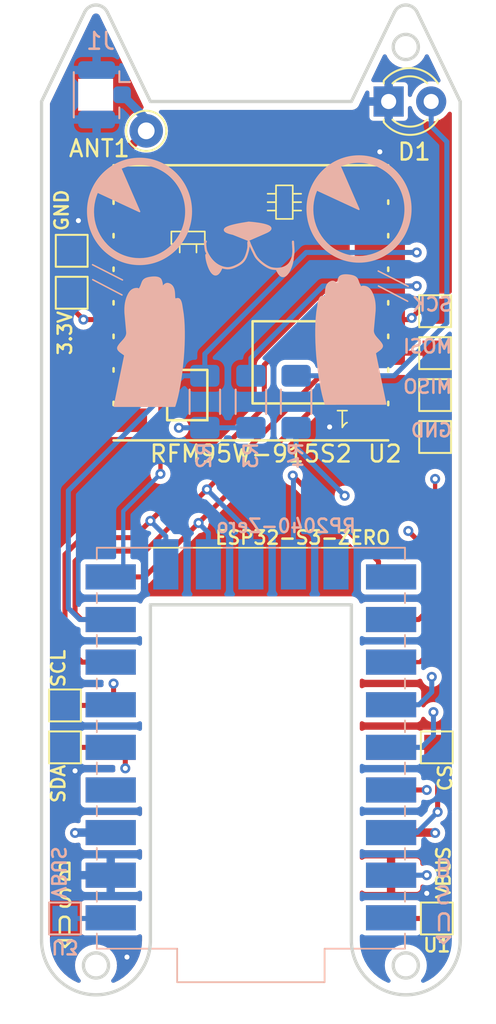
<source format=kicad_pcb>
(kicad_pcb (version 20240108) (generator "pcbnew") (generator_version "8.0")
  (layers (0 "F.Cu" signal) (1 "In1.Cu" signal) (2 "In2.Cu" signal) (31 "B.Cu" signal) (34 "B.Paste" user) (35 "F.Paste" user) (36 "B.SilkS" user "B.Silkscreen") (37 "F.SilkS" user "F.Silkscreen") (38 "B.Mask" user) (39 "F.Mask" user) (44 "Edge.Cuts" user))
  (net 0 "")
  (net 1 "Net-(J1-In)")
  (net 2 "GND")
  (net 3 "Net-(D1-A)")
  (net 4 "/RFM_RESET")
  (net 5 "+3.3V")
  (net 6 "/SPI_CS")
  (net 8 "/SPI_MISO")
  (net 9 "/SPI_MOSI")
  (net 12 "/SPI_SCK")
  (net 14 "/RFM_IRQ")
  (net 21 "/LED_DEBUG")
  (net 32 "Net-(U3-VBUS)")
  (net 33 "Net-(U1-VBUS)")
  (net 34 "/CS_ASSESSORY")
  (net 35 "/I2C0_SDA")
  (net 36 "/I2C0_SCL")
  (footprint "TestPoint:TestPoint_Pad_1.5x1.5mm" (layer "F.Cu") (at 131.8 78.9)
    (property "Reference" "TP3" (hide yes))
    (property "Value" "TestPoint")
  )
  (footprint "TestPoint:TestPoint_THTPad_D2.0mm_Drill1.0mm" (layer "F.Cu") (at 136.25 71.75)
    (property "Reference" "ANT1")
    (property "Value" "TestPoint")
  )
  (footprint "TestPoint:TestPoint_Pad_1.5x1.5mm" (layer "F.Cu") (at 131.4 106)
    (property "Reference" "TP10" (hide yes))
    (property "Value" "TestPoint")
  )
  (footprint "TestPoint:TestPoint_Pad_1.5x1.5mm" (layer "F.Cu") (at 153.5 85)
    (property "Reference" "TP5" (hide yes))
    (property "Value" "TestPoint")
  )
  (footprint "TestPoint:TestPoint_Pad_1.5x1.5mm" (layer "F.Cu") (at 131.8 81.4)
    (property "Reference" "TP11" (hide yes))
    (property "Value" "TestPoint")
  )
  (footprint "TestPoint:TestPoint_Pad_1.5x1.5mm" (layer "F.Cu") (at 153.5 90)
    (property "Reference" "TP4" (hide yes))
    (property "Value" "TestPoint")
  )
  (footprint "LED_THT:LED_D3.0mm" (layer "F.Cu") (at 150.725 70)
    (property "Reference" "D1")
    (property "Value" "GREEN")
  )
  (footprint "TestPoint:TestPoint_Pad_1.5x1.5mm" (layer "F.Cu") (at 153.6 118.7)
    (property "Reference" "TP2" (hide yes))
    (property "Value" "TestPoint")
  )
  (footprint "TestPoint:TestPoint_Pad_1.5x1.5mm" (layer "F.Cu") (at 153.6 108.5)
    (property "Reference" "TP8" (hide yes))
    (property "Value" "TestPoint")
  )
  (footprint "TestPoint:TestPoint_Pad_1.5x1.5mm" (layer "F.Cu") (at 153.5 87.5)
    (property "Reference" "TP6" (hide yes))
    (property "Value" "TestPoint")
  )
  (footprint "TestPoint:TestPoint_Pad_1.5x1.5mm" (layer "F.Cu") (at 131.4 108.5)
    (property "Reference" "TP9" (hide yes))
    (property "Value" "TestPoint")
  )
  (footprint "retia_component_library:XCVR_RFM95W-915S2" (layer "F.Cu") (at 142.5 82 180)
    (property "Reference" "U2")
    (property "Value" "RFM95W-915S2")
  )
  (footprint "retia_component_library:waveshare_esp32_s3_smt&tht" (layer "F.Cu") (at 142.5 108.5 180)
    (property "Reference" "U1")
    (property "Value" "ESP32-S3-ZERO")
  )
  (footprint "TestPoint:TestPoint_Pad_1.5x1.5mm" (layer "F.Cu") (at 153.5 82.5)
    (property "Reference" "TP7" (hide yes))
    (property "Value" "TestPoint")
  )
  (footprint "retia_component_library:waveshare_rp2040_zero" (layer "B.Cu") (at 142.5 108.5)
    (property "Reference" "U3")
    (property "Value" "RP2040-Zero")
  )
  (footprint "Resistor_SMD:R_1206_3216Metric_Pad1.30x1.75mm_HandSolder" (layer "B.Cu") (at 145.2 87.9 90)
    (property "Reference" "R4")
    (property "Value" "300R")
  )
  (footprint "TestPoint:TestPoint_Pad_1.5x1.5mm" (layer "B.Cu") (at 131.4 118.7 180)
    (property "Reference" "TP1" (hide yes))
    (property "Value" "TestPoint")
  )
  (footprint "retia_component_library:LCSC_U.FL_Hirose_U.FL-R-SMT-1_Vertical" (layer "B.Cu") (at 134 69.6 180)
    (property "Reference" "J1")
    (property "Value" "U.FL IPEX Conn")
  )
  (footprint "Resistor_SMD:R_1206_3216Metric_Pad1.30x1.75mm_HandSolder" (layer "B.Cu") (at 142.5 87.9 -90)
    (property "Reference" "R3")
    (property "Value" "10K")
  )
  (footprint "Resistor_SMD:R_1206_3216Metric_Pad1.30x1.75mm_HandSolder" (layer "B.Cu") (at 139.75 87.9 -90)
    (property "Reference" "R2")
    (property "Value" "10K")
  )
  (gr_line (start 151 101) (end 150 101) (stroke (width 0.2)) (layer "F.Cu") (net 14))
  (gr_line (start 142.05376 79.493533) (end 142.075219 79.466737) (stroke (width 0.130383)) (layer "B.SilkS"))
  (gr_line (start 139.76912 78.471508) (end 139.77116 78.518937) (stroke (width 0.130383)) (layer "B.SilkS"))
  (gr_line (start 142.664534 78.988544) (end 142.68413 79.029573) (stroke (width 0.130383)) (layer "B.SilkS"))
  (gr_line (start 142.359554 78.589054) (end 142.359362 78.565918) (stroke (width 0.130383)) (layer "B.SilkS"))
  (gr_line (start 142.478311 78.595166) (end 142.531878 78.713206) (stroke (width 0.130383)) (layer "B.SilkS"))
  (gr_line (start 143.018241 79.500914) (end 143.069697 79.548088) (stroke (width 0.130383)) (layer "B.SilkS"))
  (gr_line (start 143.71357 79.940177) (end 143.742385 79.947221) (stroke (width 0.130383)) (layer "B.SilkS"))
  (gr_poly (pts (xy 136.679689 80.473729) (xy 136.636039 80.476077) (xy 136.551663 80.483897) (xy 136.492774 80.491547) (xy 136.438645 80.500262) (xy 136.389034 80.510027) (xy 136.3437 80.520832) (xy 136.302399 80.532664) (xy 136.264891 80.54551) (xy 136.230932 80.559358) (xy 136.200281 80.574196) (xy 136.172695 80.590011) (xy 136.147934 80.606791) (xy 136.125753 80.624523) (xy 136.105913 80.643195) (xy 136.088169 80.662795) (xy 136.072281 80.68331) (xy 136.058006 80.704729) (xy 136.045102 80.727038) (xy 136.022438 80.774278) (xy 136.002354 80.824932) (xy 135.962176 80.936085) (xy 135.938209 80.996386) (xy 135.909074 81.059705) (xy 135.891963 81.092465) (xy 135.872835 81.125943) (xy 135.851446 81.160125) (xy 135.827554 81.195) (xy 135.826306 81.196324) (xy 135.824768 81.197258) (xy 135.822958 81.197823) (xy 135.820892 81.198043) (xy 135.818586 81.197941) (xy 135.816057 81.197538) (xy 135.81332 81.196859) (xy 135.810394 81.195924) (xy 135.804034 81.193383) (xy 135.797109 81.190096) (xy 135.78975 81.186244) (xy 135.782087 81.182009) (xy 135.766376 81.173116) (xy 135.758589 81.168822) (xy 135.751024 81.16487) (xy 135.743811 81.161443) (xy 135.737081 81.158721) (xy 135.733938 81.157682) (xy 135.730965 81.156887) (xy 135.728178 81.15636) (xy 135.725594 81.156122) (xy 135.70305 81.155336) (xy 135.68099 81.155318) (xy 135.659406 81.156059) (xy 135.638292 81.157551) (xy 135.617641 81.159785) (xy 135.597446 81.162754) (xy 135.577698 81.166449) (xy 135.558392 81.170861) (xy 135.53952 81.175983) (xy 135.521075 81.181805) (xy 135.50305 81.18832) (xy 135.485437 81.195519) (xy 135.46823 81.203394) (xy 135.451422 81.211936) (xy 135.435004 81.221137) (xy 135.418971 81.230989) (xy 135.403315 81.241483) (xy 135.388029 81.252612) (xy 135.373105 81.264365) (xy 135.358537 81.276736) (xy 135.344318 81.289716) (xy 135.33044 81.303297) (xy 135.303679 81.332226) (xy 135.278199 81.363457) (xy 135.253941 81.396922) (xy 135.230849 81.432556) (xy 135.208866 81.47029) (xy 135.173748 81.537416) (xy 135.142231 81.605147) (xy 135.114159 81.673451) (xy 135.089376 81.742297) (xy 135.049055 81.88149) (xy 135.020022 82.022473) (xy 135.001029 82.164996) (xy 134.990831 82.308806) (xy 134.98818 82.453651) (xy 134.99183 82.599281) (xy 135.098261 83.762354) (xy 135.09872 83.79615) (xy 135.09684 83.829039) (xy 135.092747 83.861068) (xy 135.086564 83.892285) (xy 135.078415 83.92274) (xy 135.068425 83.952479) (xy 135.056718 83.981551) (xy 135.043419 84.010004) (xy 135.028651 84.037887) (xy 135.012539 84.065246) (xy 134.995206 84.092131) (xy 134.976778 84.11859) (xy 134.937131 84.170419) (xy 134.894593 84.221119) (xy 134.715394 84.420322) (xy 134.673303 84.471148) (xy 134.634284 84.523152) (xy 134.616236 84.549717) (xy 134.599329 84.576721) (xy 134.583687 84.604212) (xy 134.569434 84.632238) (xy 134.56139 84.652018) (xy 134.556175 84.671526) (xy 134.553642 84.690759) (xy 134.553642 84.709718) (xy 134.556024 84.728402) (xy 134.560639 84.74681) (xy 134.567339 84.764943) (xy 134.575973 84.7828) (xy 134.586393 84.800379) (xy 134.59845 84.817681) (xy 134.611993 84.834705) (xy 134.626875 84.851451) (xy 134.660054 84.884106) (xy 134.696793 84.915641) (xy 134.735898 84.946052) (xy 134.776175 84.975335) (xy 134.855465 85.030503) (xy 134.89209 85.05638) (xy 134.92511 85.081113) (xy 134.953331 85.104698) (xy 134.975558 85.127131) (xy 134.975606 85.127199) (xy 134.348582 88.162653) (xy 137.948582 88.162653) (xy 138.032002 87.890174) (xy 138.110545 87.584754) (xy 138.183684 87.250932) (xy 138.25089 86.893244) (xy 138.311636 86.516227) (xy 138.365394 86.124418) (xy 138.449838 85.314571) (xy 138.479468 84.905608) (xy 138.5 84.5) (xy 138.510906 84.102284) (xy 138.511659 83.716999) (xy 138.501731 83.348679) (xy 138.480594 83.001863) (xy 138.447721 82.681088) (xy 138.402585 82.39089) (xy 138.391984 82.327509) (xy 138.381234 82.25532) (xy 138.369239 82.177587) (xy 138.354903 82.097574) (xy 138.346515 82.057731) (xy 138.337131 82.018543) (xy 138.326614 81.980416) (xy 138.314827 81.943759) (xy 138.301632 81.90898) (xy 138.286894 81.876485) (xy 138.270474 81.846685) (xy 138.261591 81.832922) (xy 138.252237 81.819985) (xy 138.242694 81.808395) (xy 138.232979 81.798196) (xy 138.223113 81.789314) (xy 138.213118 81.781677) (xy 138.203018 81.775211) (xy 138.192835 81.769842) (xy 138.182591 81.765497) (xy 138.172308 81.762101) (xy 138.16201 81.759582) (xy 138.151718 81.757866) (xy 138.141454 81.756879) (xy 138.131242 81.756548) (xy 138.121103 81.756799) (xy 138.111061 81.757559) (xy 138.101137 81.758754) (xy 138.091353 81.76031) (xy 138.072299 81.764214) (xy 138.054077 81.76868) (xy 138.020848 81.776949) (xy 138.0062 81.779574) (xy 137.999446 81.780252) (xy 137.993101 81.780408) (xy 137.987189 81.77997) (xy 137.981732 81.778863) (xy 137.976752 81.777015) (xy 137.972271 81.774351) (xy 137.963404 81.765479) (xy 137.956096 81.75323) (xy 137.950169 81.737818) (xy 137.945448 81.719452) (xy 137.93891 81.674707) (xy 137.935066 81.620691) (xy 137.929795 81.491615) (xy 137.925533 81.419942) (xy 137.9183 81.345771) (xy 137.906677 81.270793) (xy 137.898777 81.233531) (xy 137.889249 81.196703) (xy 137.877915 81.160521) (xy 137.864598 81.125195) (xy 137.849122 81.090937) (xy 137.831308 81.05796) (xy 137.810981 81.026475) (xy 137.787964 80.996693) (xy 137.762078 80.968827) (xy 137.733147 80.943087) (xy 137.700994 80.919686) (xy 137.665441 80.898835) (xy 137.626312 80.880746) (xy 137.58343 80.86563) (xy 137.562218 80.860161) (xy 137.541655 80.856702) (xy 137.521736 80.855132) (xy 137.502458 80.855332) (xy 137.483817 80.857181) (xy 137.465811 80.860558) (xy 137.448434 80.865343) (xy 137.431685 80.871415) (xy 137.415558 80.878655) (xy 137.400052 80.886941) (xy 137.385161 80.896154) (xy 137.370883 80.906172) (xy 137.357213 80.916875) (xy 137.344149 80.928144) (xy 137.331686 80.939857) (xy 137.319822 80.951894) (xy 137.297873 80.976458) (xy 137.278274 81.000873) (xy 137.260995 81.024175) (xy 137.246009 81.045401) (xy 137.222798 81.07777) (xy 137.214516 81.086987) (xy 137.211194 81.089432) (xy 137.208412 81.090273) (xy 137.205299 81.090075) (xy 137.20255 81.089494) (xy 137.200148 81.088548) (xy 137.198076 81.087256) (xy 137.196317 81.085637) (xy 137.194853 81.08371) (xy 137.193666 81.081494) (xy 137.192739 81.079007) (xy 137.192055 81.076269) (xy 137.191596 81.073299) (xy 137.191284 81.066735) (xy 137.191664 81.059466) (xy 137.192596 81.051644) (xy 137.193941 81.043419) (xy 137.195559 81.034943) (xy 137.199056 81.017836) (xy 137.200657 81.009508) (xy 137.201973 81.001532) (xy 137.202865 80.994057) (xy 137.203194 80.987235) (xy 137.202895 80.965644) (xy 137.202005 80.943997) (xy 137.200537 80.922315) (xy 137.198502 80.900621) (xy 137.195911 80.87894) (xy 137.192777 80.857292) (xy 137.18911 80.835702) (xy 137.184922 80.814192) (xy 137.180225 80.792785) (xy 137.17503 80.771503) (xy 137.16935 80.75037) (xy 137.163195 80.729408) (xy 137.156577 80.70864) (xy 137.149508 80.688089) (xy 137.141999 80.667778) (xy 137.134062 80.64773) (xy 137.126317 80.630834) (xy 137.117378 80.61498) (xy 137.107296 80.60014) (xy 137.096124 80.586286) (xy 137.083914 80.57339) (xy 137.070717 80.561424) (xy 137.056586 80.550358) (xy 137.041572 80.540166) (xy 137.025728 80.530818) (xy 137.009106 80.522286) (xy 136.973734 80.507558) (xy 136.935871 80.495757) (xy 136.895934 80.486655) (xy 136.854339 80.480027) (xy 136.811501 80.475647) (xy 136.767836 80.473288) (xy 136.72376 80.472724)) (stroke (width 0.09)) (fill solid) (layer "B.SilkS"))
  (gr_line (start 134.802501 81.532106) (end 133.056286 80.620411) (stroke (width 0.09)) (layer "B.SilkS"))
  (gr_line (start 151.891457 81.015176) (end 150.104172 80.105124) (stroke (width 0.09)) (layer "B.SilkS"))
  (gr_line (start 142.114456 79.411348) (end 142.149332 79.353361) (stroke (width 0.130383)) (layer "B.SilkS"))
  (gr_line (start 144.847193 79.61832) (end 144.870961 79.582473) (stroke (width 0.130383)) (layer "B.SilkS"))
  (gr_line (start 142.68413 79.029573) (end 142.723284 79.111274) (stroke (width 0.130383)) (layer "B.SilkS"))
  (gr_line (start 144.793663 79.686649) (end 144.821449 79.65308) (stroke (width 0.130383)) (layer "B.SilkS"))
  (gr_line (start 144.892822 79.545641) (end 144.91284 79.507927) (stroke (width 0.130383)) (layer "B.SilkS"))
  (gr_line (start 141.623066 79.802333) (end 141.711294 79.758258) (stroke (width 0.130383)) (layer "B.SilkS"))
  (gr_line (start 139.774844 78.569813) (end 139.785812 78.675033) (stroke (width 0.130383)) (layer "B.SilkS"))
  (gr_line (start 142.149332 79.353361) (end 142.180508 79.292532) (stroke (width 0.130383)) (layer "B.SilkS"))
  (gr_line (start 144.697381 79.779188) (end 144.731696 79.749806) (stroke (width 0.130383)) (layer "B.SilkS"))
  (gr_line (start 140.326348 79.62425) (end 140.411267 79.691525) (stroke (width 0.130383)) (layer "B.SilkS"))
  (gr_line (start 143.966808 79.97567) (end 144.031954 79.977604) (stroke (width 0.130383)) (layer "B.SilkS"))
  (gr_line (start 142.360173 78.379527) (end 142.361786 78.374565) (stroke (width 0.130383)) (layer "B.SilkS"))
  (gr_line (start 144.870961 79.582473) (end 144.892822 79.545641) (stroke (width 0.130383)) (layer "B.SilkS"))
  (gr_line (start 145.037747 78.905575) (end 145.036777 78.82698) (stroke (width 0.130383)) (layer "B.SilkS"))
  (gr_line (start 144.38875 79.93427) (end 144.440641 79.918255) (stroke (width 0.130383)) (layer "B.SilkS"))
  (gr_line (start 141.08451 79.939468) (end 141.114467 79.940041) (stroke (width 0.130383)) (layer "B.SilkS"))
  (gr_line (start 139.776175 78.367083) (end 139.771295 78.393864) (stroke (width 0.130383)) (layer "B.SilkS"))
  (gr_line (start 140.99232 79.929928) (end 141.055093 79.937436) (stroke (width 0.130383)) (layer "B.SilkS"))
  (gr_line (start 142.531878 78.713206) (end 142.587033 78.830933) (stroke (width 0.130383)) (layer "B.SilkS"))
  (gr_line (start 141.711294 79.758258) (end 141.790545 79.713303) (stroke (width 0.130383)) (layer "B.SilkS"))
  (gr_line (start 142.385243 78.373411) (end 142.389297 78.380234) (stroke (width 0.130383)) (layer "B.SilkS"))
  (gr_line (start 144.987655 79.309722) (end 145.007034 79.227862) (stroke (width 0.130383)) (layer "B.SilkS"))
  (gr_line (start 143.686194 79.932339) (end 143.71357 79.940177) (stroke (width 0.130383)) (layer "B.SilkS"))
  (gr_line (start 142.365726 78.367108) (end 142.368078 78.364749) (stroke (width 0.130383)) (layer "B.SilkS"))
  (gr_line (start 139.81286 78.85125) (end 139.81875 78.878154) (stroke (width 0.130383)) (layer "B.SilkS"))
  (gr_line (start 154.00238 120.2) (end 154.40238 119.8) (stroke (width 0.15)) (layer "B.SilkS"))
  (gr_line (start 143.123793 79.594749) (end 143.180112 79.640484) (stroke (width 0.130383)) (layer "B.SilkS"))
  (gr_line (start 139.789169 78.346797) (end 139.784025 78.350621) (stroke (width 0.130383)) (layer "B.SilkS"))
  (gr_line (start 140.411267 79.691525) (end 140.45605 79.722959) (stroke (width 0.130383)) (layer "B.SilkS"))
  (gr_line (start 139.795179 78.346196) (end 139.789169 78.346797) (stroke (width 0.130383)) (layer "B.SilkS"))
  (gr_line (start 141.89403 79.643683) (end 141.924751 79.619771) (stroke (width 0.130383)) (layer "B.SilkS"))
  (gr_line (start 145.030655 79.064243) (end 145.035968 78.984128) (stroke (width 0.130383)) (layer "B.SilkS"))
  (gr_line (start 142.316109 78.891707) (end 142.327183 78.845701) (stroke (width 0.130383)) (layer "B.SilkS"))
  (gr_line (start 140.45605 79.722959) (end 140.502399 79.752775) (stroke (width 0.130383)) (layer "B.SilkS"))
  (gr_line (start 139.77116 78.518937) (end 139.774844 78.569813) (stroke (width 0.130383)) (layer "B.SilkS"))
  (gr_line (start 142.303967 78.937155) (end 142.316109 78.891707) (stroke (width 0.130383)) (layer "B.SilkS"))
  (gr_line (start 141.329463 79.910819) (end 141.359536 79.902991) (stroke (width 0.130383)) (layer "B.SilkS"))
  (gr_line (start 142.723284 79.111274) (end 142.743826 79.151837) (stroke (width 0.130383)) (layer "B.SilkS"))
  (gr_line (start 139.769054 78.429245) (end 139.76912 78.471508) (stroke (width 0.130383)) (layer "B.SilkS"))
  (gr_line (start 144.440641 79.918255) (end 144.489819 79.900022) (stroke (width 0.130383)) (layer "B.SilkS"))
  (gr_line (start 144.489819 79.900022) (end 144.536353 79.879675) (stroke (width 0.130383)) (layer "B.SilkS"))
  (gr_line (start 144.763767 79.718926) (end 144.793663 79.686649) (stroke (width 0.130383)) (layer "B.SilkS"))
  (gr_line (start 142.587033 78.830933) (end 142.61536 78.889404) (stroke (width 0.130383)) (layer "B.SilkS"))
  (gr_line (start 142.37546 78.363564) (end 142.377354 78.364569) (stroke (width 0.130383)) (layer "B.SilkS"))
  (gr_line (start 140.046618 79.312729) (end 140.107777 79.395189) (stroke (width 0.130383)) (layer "B.SilkS"))
  (gr_line (start 142.815218 79.271728) (end 142.847194 79.315302) (stroke (width 0.130383)) (layer "B.SilkS"))
  (gr_line (start 143.238235 79.684883) (end 143.297744 79.727533) (stroke (width 0.130383)) (layer "B.SilkS"))
  (gr_line (start 142.357599 78.391576) (end 142.360173 78.379527) (stroke (width 0.130383)) (layer "B.SilkS"))
  (gr_line (start 141.237351 79.929552) (end 141.268254 79.92419) (stroke (width 0.130383)) (layer "B.SilkS"))
  (gr_line (start 143.297744 79.727533) (end 143.35822 79.768024) (stroke (width 0.130383)) (layer "B.SilkS"))
  (gr_line (start 139.785812 78.675033) (end 139.799369 78.773427) (stroke (width 0.130383)) (layer "B.SilkS"))
  (gr_line (start 142.281399 79.015879) (end 142.303967 78.937155) (stroke (width 0.130383)) (layer "B.SilkS"))
  (gr_line (start 142.61536 78.889404) (end 142.644269 78.947468) (stroke (width 0.130383)) (layer "B.SilkS"))
  (gr_line (start 143.180112 79.640484) (end 143.238235 79.684883) (stroke (width 0.130383)) (layer "B.SilkS"))
  (gr_line (start 142.847194 79.315302) (end 142.883903 79.360419) (stroke (width 0.130383)) (layer "B.SilkS"))
  (gr_line (start 140.758132 79.873688) (end 140.814171 79.891456) (stroke (width 0.130383)) (layer "B.SilkS"))
  (gr_poly (pts (xy 141.947931 77.292483) (xy 141.768838 77.32618) (xy 141.610571 77.359257) (xy 141.472095 77.391679) (xy 141.352373 77.423408) (xy 141.250371 77.454407) (xy 141.165052 77.48464) (xy 141.095382 77.51407) (xy 141.040325 77.542661) (xy 140.998845 77.570376) (xy 140.969907 77.597178) (xy 140.952475 77.62303) (xy 140.945513 77.647896) (xy 140.947986 77.671738) (xy 140.958859 77.694521) (xy 140.977096 77.716208) (xy 141.001661 77.736761) (xy 141.031519 77.756145) (xy 141.065634 77.774322) (xy 141.142494 77.806909) (xy 141.223957 77.83423) (xy 141.367552 77.871898) (xy 141.430145 77.884976) (xy 142.34813 78.250919) (xy 143.376788 77.803067) (xy 143.464411 77.762001) (xy 143.53503 77.722753) (xy 143.589576 77.685289) (xy 143.628983 77.649576) (xy 143.654183 77.61558) (xy 143.666109 77.583266) (xy 143.665694 77.552602) (xy 143.65387 77.523553) (xy 143.631571 77.496086) (xy 143.599729 77.470168) (xy 143.559277 77.445763) (xy 143.511147 77.42284) (xy 143.395587 77.3813) (xy 143.26051 77.345278) (xy 143.113378 77.314504) (xy 142.961654 77.288709) (xy 142.674276 77.250975) (xy 142.372738 77.223378)) (stroke (width 0.129776)) (fill solid) (layer "B.SilkS"))
  (gr_poly (pts (xy 148.129005 80.344257) (xy 148.08534 80.346623) (xy 148.042502 80.351009) (xy 148.000907 80.357643) (xy 147.96097 80.366749) (xy 147.923108 80.378554) (xy 147.887735 80.393283) (xy 147.871113 80.401815) (xy 147.855269 80.411162) (xy 147.840255 80.421353) (xy 147.826124 80.432417) (xy 147.812927 80.444381) (xy 147.800717 80.457273) (xy 147.789545 80.471123) (xy 147.779463 80.485957) (xy 147.770524 80.501805) (xy 147.762779 80.518694) (xy 147.754842 80.53874) (xy 147.747333 80.559048) (xy 147.740264 80.579597) (xy 147.733646 80.600363) (xy 147.727491 80.621324) (xy 147.721811 80.642456) (xy 147.716616 80.663737) (xy 147.711919 80.685144) (xy 147.707731 80.706653) (xy 147.704064 80.728243) (xy 147.70093 80.74989) (xy 147.698339 80.771572) (xy 147.696304 80.793265) (xy 147.694836 80.814947) (xy 147.693947 80.836594) (xy 147.693648 80.858185) (xy 147.693976 80.865007) (xy 147.694868 80.872481) (xy 147.696184 80.880458) (xy 147.697785 80.888786) (xy 147.701282 80.905892) (xy 147.7029 80.914369) (xy 147.704245 80.922594) (xy 147.705177 80.930416) (xy 147.705557 80.937685) (xy 147.705245 80.944249) (xy 147.704786 80.947219) (xy 147.704102 80.949957) (xy 147.703175 80.952444) (xy 147.701988 80.95466) (xy 147.700524 80.956587) (xy 147.698765 80.958206) (xy 147.696693 80.959497) (xy 147.694291 80.960444) (xy 147.691543 80.961025) (xy 147.688429 80.961223) (xy 147.685647 80.960381) (xy 147.682325 80.957937) (xy 147.674043 80.94872) (xy 147.650832 80.916349) (xy 147.635846 80.895122) (xy 147.618567 80.871819) (xy 147.598968 80.847403) (xy 147.577019 80.822838) (xy 147.565155 80.810801) (xy 147.552692 80.799088) (xy 147.539628 80.787819) (xy 147.525959 80.777116) (xy 147.51168 80.767097) (xy 147.496789 80.757885) (xy 147.481283 80.749599) (xy 147.465156 80.742359) (xy 147.448407 80.736287) (xy 147.431031 80.731503) (xy 147.413024 80.728126) (xy 147.394383 80.726278) (xy 147.375105 80.726079) (xy 147.355186 80.727649) (xy 147.334623 80.73111) (xy 147.313411 80.73658) (xy 147.270529 80.751696) (xy 147.2314 80.769785) (xy 147.195848 80.790635) (xy 147.163694 80.814036) (xy 147.134763 80.839776) (xy 147.108878 80.867642) (xy 147.08586 80.897423) (xy 147.065533 80.928908) (xy 147.04772 80.961885) (xy 147.032243 80.996142) (xy 147.018927 81.031467) (xy 147.007593 81.06765) (xy 146.998064 81.104477) (xy 146.990164 81.141739) (xy 146.978541 81.216715) (xy 146.971308 81.290887) (xy 146.967046 81.362559) (xy 146.961775 81.491635) (xy 146.957931 81.545652) (xy 146.951394 81.590398) (xy 146.946672 81.608764) (xy 146.940745 81.624178) (xy 146.933437 81.636427) (xy 146.92457 81.645301) (xy 146.920089 81.647965) (xy 146.915109 81.649813) (xy 146.909652 81.65092) (xy 146.90374 81.651358) (xy 146.897395 81.651201) (xy 146.890641 81.650524) (xy 146.875993 81.647898) (xy 146.842764 81.63963) (xy 146.824542 81.635163) (xy 146.805488 81.63126) (xy 146.795705 81.629704) (xy 146.78578 81.628509) (xy 146.775738 81.627749) (xy 146.765599 81.627498) (xy 146.755387 81.627829) (xy 146.745124 81.628816) (xy 146.734831 81.630532) (xy 146.724533 81.633051) (xy 146.71425 81.636447) (xy 146.704006 81.640792) (xy 146.693823 81.646161) (xy 146.683723 81.652627) (xy 146.673729 81.660264) (xy 146.663862 81.669145) (xy 146.654147 81.679345) (xy 146.644604 81.690935) (xy 146.635249 81.70387) (xy 146.626366 81.717632) (xy 146.609945 81.747431) (xy 146.595206 81.779924) (xy 146.582011 81.814703) (xy 146.570224 81.85136) (xy 146.559707 81.889487) (xy 146.550322 81.928676) (xy 146.541934 81.968518) (xy 146.527599 82.048533) (xy 146.515604 82.126268) (xy 146.504853 82.198458) (xy 146.494249 82.26184) (xy 146.449113 82.552038) (xy 146.41624 82.872813) (xy 146.395103 83.219628) (xy 146.385175 83.587946) (xy 146.385928 83.973231) (xy 146.396834 84.370945) (xy 146.417366 84.776552) (xy 146.446996 85.185514) (xy 146.53144 85.995358) (xy 146.585198 86.387166) (xy 146.645945 86.764182) (xy 146.713151 87.12187) (xy 146.786289 87.455691) (xy 146.864832 87.76111) (xy 146.948253 88.033589) (xy 150.548253 88.033589) (xy 149.921229 84.998136) (xy 149.921277 84.998094) (xy 149.943503 84.975659) (xy 149.971724 84.952072) (xy 150.004744 84.927338) (xy 150.041369 84.901461) (xy 150.12066 84.846292) (xy 150.160936 84.817009) (xy 150.200041 84.786597) (xy 150.23678 84.755062) (xy 150.269959 84.722408) (xy 150.284841 84.705662) (xy 150.298384 84.688638) (xy 150.310441 84.671335) (xy 150.320861 84.653755) (xy 150.329496 84.635899) (xy 150.336195 84.617765) (xy 150.340811 84.599356) (xy 150.343193 84.580672) (xy 150.343192 84.561712) (xy 150.340659 84.542478) (xy 150.335445 84.52297) (xy 150.3274 84.503188) (xy 150.313147 84.475162) (xy 150.297505 84.447671) (xy 150.280598 84.420667) (xy 150.262551 84.394102) (xy 150.223531 84.342098) (xy 150.18144 84.291273) (xy 150.002242 84.092071) (xy 149.959704 84.041371) (xy 149.920058 83.989543) (xy 149.90163 83.963085) (xy 149.884298 83.936201) (xy 149.868186 83.908842) (xy 149.853418 83.88096) (xy 149.840119 83.852508) (xy 149.828413 83.823436) (xy 149.818423 83.793698) (xy 149.810275 83.763244) (xy 149.804092 83.732028) (xy 149.8 83.7) (xy 149.798121 83.667113) (xy 149.79858 83.633318) (xy 149.905011 82.470243) (xy 149.908661 82.324613) (xy 149.90601 82.179766) (xy 149.895812 82.035955) (xy 149.876819 81.893431) (xy 149.847786 81.752446) (xy 149.807465 81.613251) (xy 149.782683 81.544404) (xy 149.754611 81.476099) (xy 149.723093 81.408367) (xy 149.687975 81.34124) (xy 149.665992 81.303508) (xy 149.6429 81.267876) (xy 149.618642 81.234412) (xy 149.593162 81.203182) (xy 149.566401 81.174253) (xy 149.552523 81.160672) (xy 149.538304 81.147692) (xy 149.523736 81.135321) (xy 149.508813 81.123567) (xy 149.493526 81.112439) (xy 149.47787 81.101944) (xy 149.461837 81.092092) (xy 149.44542 81.08289) (xy 149.428611 81.074348) (xy 149.411404 81.066473) (xy 149.393791 81.059273) (xy 149.375766 81.052758) (xy 149.357321 81.046935) (xy 149.338449 81.041813) (xy 149.319143 81.0374) (xy 149.299395 81.033705) (xy 149.2792 81.030736) (xy 149.258549 81.028501) (xy 149.237435 81.027009) (xy 149.215852 81.026268) (xy 149.193791 81.026286) (xy 149.171247 81.027072) (xy 149.168663 81.02731) (xy 149.165876 81.027838) (xy 149.162903 81.028634) (xy 149.15976 81.029675) (xy 149.15303 81.032401) (xy 149.145817 81.035833) (xy 149.138252 81.039791) (xy 149.130465 81.044092) (xy 149.114754 81.052995) (xy 149.107091 81.057234) (xy 149.099732 81.061088) (xy 149.092807 81.064375) (xy 149.086447 81.066915) (xy 149.083521 81.067847) (xy 149.080785 81.068524) (xy 149.078255 81.068923) (xy 149.075949 81.069021) (xy 149.073883 81.068795) (xy 149.072073 81.068224) (xy 149.070536 81.067283) (xy 149.069287 81.06595) (xy 149.045395 81.031075) (xy 149.024006 80.996893) (xy 149.004878 80.963415) (xy 148.987767 80.930655) (xy 148.958632 80.867336) (xy 148.934665 80.807035) (xy 148.894487 80.695882) (xy 148.874403 80.645228) (xy 148.85174 80.597988) (xy 148.838835 80.575679) (xy 148.82456 80.55426) (xy 148.808672 80.533745) (xy 148.790928 80.514145) (xy 148.771088 80.495473) (xy 148.748907 80.477741) (xy 148.724146 80.460961) (xy 148.69656 80.445146) (xy 148.665909 80.430308) (xy 148.631951 80.41646) (xy 148.594442 80.403614) (xy 148.553141 80.391782) (xy 148.507807 80.380977) (xy 148.458196 80.371211) (xy 148.404067 80.362497) (xy 148.345178 80.354846) (xy 148.260802 80.347031) (xy 148.217152 80.344687) (xy 148.173081 80.343687)) (stroke (width 0.09)) (fill solid) (layer "B.SilkS"))
  (gr_line (start 142.327183 78.845701) (end 142.336978 78.799279) (stroke (width 0.130383)) (layer "B.SilkS"))
  (gr_line (start 145.029442 78.669735) (end 145.019668 78.512535) (stroke (width 0.130383)) (layer "B.SilkS"))
  (gr_line (start 144.821449 79.65308) (end 144.847193 79.61832) (stroke (width 0.130383)) (layer "B.SilkS"))
  (gr_line (start 142.789301 79.232119) (end 142.801944 79.251973) (stroke (width 0.130383)) (layer "B.SilkS"))
  (gr_line (start 144.152734 79.974096) (end 144.21614 79.96798) (stroke (width 0.130383)) (layer "B.SilkS"))
  (gr_line (start 141.790545 79.713303) (end 141.861477 79.667222) (stroke (width 0.130383)) (layer "B.SilkS"))
  (gr_line (start 139.85755 78.976138) (end 139.8967 79.059515) (stroke (width 0.130383)) (layer "B.SilkS"))
  (gr_line (start 142.393363 78.388285) (end 142.397396 78.397282) (stroke (width 0.130383)) (layer "B.SilkS"))
  (gr_line (start 141.055093 79.937436) (end 141.08451 79.939468) (stroke (width 0.130383)) (layer "B.SilkS"))
  (gr_line (start 143.419245 79.805944) (end 143.4804 79.840881) (stroke (width 0.130383)) (layer "B.SilkS"))
  (gr_line (start 145.035968 78.984128) (end 145.037747 78.905575) (stroke (width 0.130383)) (layer "B.SilkS"))
  (gr_line (start 140.247533 79.551841) (end 140.326348 79.62425) (stroke (width 0.130383)) (layer "B.SilkS"))
  (gr_line (start 141.861477 79.667222) (end 141.89403 79.643683) (stroke (width 0.130383)) (layer "B.SilkS"))
  (gr_line (start 142.368078 78.364749) (end 142.370702 78.363394) (stroke (width 0.130383)) (layer "B.SilkS"))
  (gr_line (start 142.743826 79.151837) (end 142.765668 79.192137) (stroke (width 0.130383)) (layer "B.SilkS"))
  (gr_line (start 142.370702 78.363394) (end 142.373609 78.363111) (stroke (width 0.130383)) (layer "B.SilkS"))
  (gr_line (start 142.405177 78.416998) (end 142.425836 78.477691) (stroke (width 0.130383)) (layer "B.SilkS"))
  (gr_line (start 142.77723 79.212171) (end 142.789301 79.232119) (stroke (width 0.130383)) (layer "B.SilkS"))
  (gr_line (start 144.731696 79.749806) (end 144.763767 79.718926) (stroke (width 0.130383)) (layer "B.SilkS"))
  (gr_line (start 141.924751 79.619771) (end 141.953723 79.595454) (stroke (width 0.130383)) (layer "B.SilkS"))
  (gr_line (start 141.144846 79.939244) (end 141.17553 79.93717) (stroke (width 0.130383)) (layer "B.SilkS"))
  (gr_line (start 144.962517 79.39052) (end 144.987655 79.309722) (stroke (width 0.130383)) (layer "B.SilkS"))
  (gr_poly (pts (xy 135.690328 73.400386) (xy 135.533244 73.412592) (xy 135.378445 73.43268) (xy 135.226124 73.460452) (xy 135.076477 73.495708) (xy 134.929696 73.538252) (xy 134.785978 73.587884) (xy 134.645516 73.644406) (xy 134.508504 73.70762) (xy 134.375136 73.777328) (xy 134.245608 73.853331) (xy 134.120113 73.93543) (xy 133.998845 74.023429) (xy 133.882 74.117127) (xy 133.76977 74.216328) (xy 133.662351 74.320832) (xy 133.559937 74.430441) (xy 133.462722 74.544957) (xy 133.3709 74.664182) (xy 133.284667 74.787917) (xy 133.204215 74.915964) (xy 133.12974 75.048124) (xy 133.061435 75.1842) (xy 132.999495 75.323993) (xy 132.944115 75.467304) (xy 132.895488 75.613936) (xy 132.853809 75.763689) (xy 132.819273 75.916367) (xy 132.792073 76.071769) (xy 132.772403 76.229699) (xy 132.760459 76.389957) (xy 132.756435 76.552346) (xy 132.760226 76.708862) (xy 132.771551 76.864316) (xy 132.790305 77.018449) (xy 132.816382 77.171004) (xy 132.849679 77.32172) (xy 132.890089 77.47034) (xy 132.937508 77.616604) (xy 132.991832 77.760255) (xy 133.052953 77.901032) (xy 133.120769 78.038678) (xy 133.195174 78.172933) (xy 133.276062 78.303539) (xy 133.363329 78.430238) (xy 133.45687 78.55277) (xy 133.55658 78.670876) (xy 133.662354 78.784299) (xy 133.773504 78.892236) (xy 133.889246 78.993987) (xy 134.009325 79.089444) (xy 134.133487 79.1785) (xy 134.261479 79.261048) (xy 134.393046 79.336981) (xy 134.527934 79.406192) (xy 134.66589 79.468573) (xy 134.806661 79.524017) (xy 134.949991 79.572418) (xy 135.095627 79.613667) (xy 135.243315 79.647659) (xy 135.392802 79.674284) (xy 135.543833 79.693438) (xy 135.696154 79.705011) (xy 135.849512 79.708897) (xy 136.00291 79.705022) (xy 136.155266 79.69346) (xy 136.306328 79.674318) (xy 136.455842 79.647703) (xy 136.603555 79.613722) (xy 136.749212 79.572483) (xy 136.89256 79.524093) (xy 137.033346 79.468659) (xy 137.171316 79.406288) (xy 137.306217 79.337087) (xy 137.437794 79.261164) (xy 137.565795 79.178625) (xy 137.689965 79.089578) (xy 137.810052 78.99413) (xy 137.925801 78.892388) (xy 138.036959 78.784459) (xy 138.142741 78.671044) (xy 138.242459 78.552944) (xy 138.336008 78.430418) (xy 138.423285 78.303724) (xy 138.504182 78.17312) (xy 138.578596 78.038866) (xy 138.646421 77.901218) (xy 138.707553 77.760436) (xy 138.761886 77.616778) (xy 138.809316 77.470502) (xy 138.849737 77.321867) (xy 138.883044 77.171131) (xy 138.909132 77.018552) (xy 138.927897 76.86439) (xy 138.939233 76.708901) (xy 138.942239 76.585109) (xy 138.617133 76.585109) (xy 138.613536 76.705322) (xy 138.604941 76.825226) (xy 138.591365 76.94465) (xy 138.572823 77.063422) (xy 138.549331 77.181368) (xy 138.520906 77.298316) (xy 138.487563 77.414093) (xy 138.449317 77.528528) (xy 138.406187 77.641447) (xy 138.358186 77.752678) (xy 138.305331 77.862048) (xy 138.247639 77.969386) (xy 138.185124 78.074518) (xy 138.117804 78.177273) (xy 138.045693 78.277477) (xy 137.968809 78.374957) (xy 137.887167 78.469543) (xy 137.800783 78.56106) (xy 137.710491 78.64857) (xy 137.617225 78.731219) (xy 137.521153 78.808993) (xy 137.422447 78.881878) (xy 137.321273 78.949857) (xy 137.217802 79.012915) (xy 137.112203 79.071039) (xy 137.004644 79.124212) (xy 136.895296 79.172419) (xy 136.784327 79.215646) (xy 136.671907 79.253877) (xy 136.558204 79.287097) (xy 136.327629 79.338443) (xy 136.093954 79.369564) (xy 135.858534 79.38034) (xy 135.622722 79.370648) (xy 135.505092 79.35809) (xy 135.387872 79.340369) (xy 135.27123 79.317471) (xy 135.155336 79.289381) (xy 135.04036 79.256084) (xy 134.926469 79.217564) (xy 134.813835 79.173806) (xy 134.702625 79.124796) (xy 134.593008 79.070518) (xy 134.485155 79.010957) (xy 134.379234 78.946097) (xy 134.275415 78.875925) (xy 134.174775 78.801113) (xy 134.078282 78.72244) (xy 133.985981 78.640074) (xy 133.897916 78.55418) (xy 133.73468 78.372479) (xy 133.588933 78.178674) (xy 133.461036 77.974101) (xy 133.35135 77.760096) (xy 133.260236 77.537995) (xy 133.188055 77.309135) (xy 133.135167 77.07485) (xy 133.101934 76.836477) (xy 133.088715 76.595352) (xy 133.095872 76.352811) (xy 133.123765 76.11019) (xy 133.172756 75.868825) (xy 133.205276 75.749031) (xy 133.243205 75.630052) (xy 133.286589 75.512056) (xy 133.335473 75.395208) (xy 135.852993 76.559788) (xy 134.728858 73.9832) (xy 134.795213 73.954119) (xy 134.862208 73.926848) (xy 134.929809 73.901395) (xy 134.997979 73.877768) (xy 135.066683 73.855974) (xy 135.135885 73.836022) (xy 135.205548 73.817919) (xy 135.275638 73.801673) (xy 135.346118 73.787292) (xy 135.416953 73.774783) (xy 135.488106 73.764155) (xy 135.559542 73.755415) (xy 135.631225 73.748572) (xy 135.703119 73.743632) (xy 135.775188 73.740603) (xy 135.847397 73.739495) (xy 135.847411 73.739495) (xy 136.018047 73.744506) (xy 136.186908 73.760105) (xy 136.35358 73.786071) (xy 136.517654 73.822182) (xy 136.678715 73.868218) (xy 136.836353 73.923957) (xy 136.990155 73.989178) (xy 137.139709 74.063661) (xy 137.284604 74.147184) (xy 137.424426 74.239526) (xy 137.558765 74.340466) (xy 137.687209 74.449783) (xy 137.809344 74.567255) (xy 137.92476 74.692663) (xy 138.033043 74.825784) (xy 138.133783 74.966397) (xy 138.201832 75.072808) (xy 138.264659 75.181327) (xy 138.322281 75.29178) (xy 138.374713 75.403995) (xy 138.421972 75.5178) (xy 138.464074 75.633021) (xy 138.501034 75.749488) (xy 138.532868 75.867026) (xy 138.559593 75.985464) (xy 138.581224 76.104629) (xy 138.597778 76.224348) (xy 138.60927 76.34445) (xy 138.615716 76.464761) (xy 138.617133 76.585109) (xy 138.942239 76.585109) (xy 138.943035 76.552346) (xy 138.938998 76.389936) (xy 138.927042 76.229658) (xy 138.907361 76.071711) (xy 138.88015 75.916293) (xy 138.845602 75.763602) (xy 138.803912 75.613836) (xy 138.755275 75.467194) (xy 138.699884 75.323874) (xy 138.637934 75.184074) (xy 138.56962 75.047993) (xy 138.495135 74.915828) (xy 138.414673 74.787778) (xy 138.328431 74.664041) (xy 138.2366 74.544816) (xy 138.139377 74.430301) (xy 138.036955 74.320694) (xy 137.929528 74.216193) (xy 137.817292 74.116996) (xy 137.700439 74.023303) (xy 137.579165 73.935311) (xy 137.453664 73.853218) (xy 137.32413 73.777222) (xy 137.190757 73.707523) (xy 137.053741 73.644318) (xy 136.913274 73.587805) (xy 136.769552 73.538183) (xy 136.622769 73.49565) (xy 136.473119 73.460404) (xy 136.320796 73.432644) (xy 136.165995 73.412568) (xy 136.00891 73.400374) (xy 135.849735 73.39626) (xy 135.849502 73.39626)) (stroke (width 0.09)) (fill solid) (layer "B.SilkS"))
  (gr_line (start 142.383235 78.370548) (end 142.385243 78.373411) (stroke (width 0.130383)) (layer "B.SilkS"))
  (gr_line (start 142.644269 78.947468) (end 142.664534 78.988544) (stroke (width 0.130383)) (layer "B.SilkS"))
  (gr_line (start 142.336978 78.799279) (end 142.345283 78.752583) (stroke (width 0.130383)) (layer "B.SilkS"))
  (gr_line (start 143.601429 79.900164) (end 143.660465 79.923687) (stroke (width 0.130383)) (layer "B.SilkS"))
  (gr_line (start 142.969845 79.453636) (end 143.018241 79.500914) (stroke (width 0.130383)) (layer "B.SilkS"))
  (gr_line (start 140.107777 79.395189) (end 140.174713 79.47519) (stroke (width 0.130383)) (layer "B.SilkS"))
  (gr_line (start 141.953723 79.595454) (end 141.981027 79.570703) (stroke (width 0.130383)) (layer "B.SilkS"))
  (gr_line (start 144.621755 79.833045) (end 144.660757 79.806969) (stroke (width 0.130383)) (layer "B.SilkS"))
  (gr_line (start 144.536353 79.879675) (end 144.58031 79.857315) (stroke (width 0.130383)) (layer "B.SilkS"))
  (gr_line (start 141.981027 79.570703) (end 142.006746 79.545486) (stroke (width 0.130383)) (layer "B.SilkS"))
  (gr_line (start 141.206404 79.933908) (end 141.237351 79.929552) (stroke (width 0.130383)) (layer "B.SilkS"))
  (gr_line (start 142.355148 78.49478) (end 142.354157 78.458127) (stroke (width 0.130383)) (layer "B.SilkS"))
  (gr_line (start 142.075219 79.466737) (end 142.114456 79.411348) (stroke (width 0.130383)) (layer "B.SilkS"))
  (gr_line (start 143.541267 79.872425) (end 143.601429 79.900164) (stroke (width 0.130383)) (layer "B.SilkS"))
  (gr_line (start 142.389297 78.380234) (end 142.393363 78.388285) (stroke (width 0.130383)) (layer "B.SilkS"))
  (gr_line (start 145.036777 78.82698) (end 145.033771 78.748361) (stroke (width 0.130383)) (layer "B.SilkS"))
  (gr_line (start 140.650988 79.831402) (end 140.703742 79.853632) (stroke (width 0.130383)) (layer "B.SilkS"))
  (gr_line (start 141.114467 79.940041) (end 141.144846 79.939244) (stroke (width 0.130383)) (layer "B.SilkS"))
  (gr_line (start 142.381247 78.368096) (end 142.383235 78.370548) (stroke (width 0.130383)) (layer "B.SilkS"))
  (gr_line (start 144.031954 79.977604) (end 144.094487 79.977034) (stroke (width 0.130383)) (layer "B.SilkS"))
  (gr_line (start 139.8967 79.059515) (end 139.941189 79.144001) (stroke (width 0.130383)) (layer "B.SilkS"))
  (gr_line (start 142.208643 79.228614) (end 142.234397 79.161363) (stroke (width 0.130383)) (layer "B.SilkS"))
  (gr_line (start 142.354707 78.422272) (end 142.35581 78.406006) (stroke (width 0.130383)) (layer "B.SilkS"))
  (gr_line (start 139.771295 78.393864) (end 139.769054 78.429245) (stroke (width 0.130383)) (layer "B.SilkS"))
  (gr_line (start 142.373609 78.363111) (end 142.37546 78.363564) (stroke (width 0.130383)) (layer "B.SilkS"))
  (gr_line (start 142.379285 78.366092) (end 142.381247 78.368096) (stroke (width 0.130383)) (layer "B.SilkS"))
  (gr_line (start 139.784025 78.350621) (end 139.779708 78.357455) (stroke (width 0.130383)) (layer "B.SilkS"))
  (gr_line (start 140.871873 79.906827) (end 140.931252 79.919688) (stroke (width 0.130383)) (layer "B.SilkS"))
  (gr_line (start 142.030963 79.519773) (end 142.05376 79.493533) (stroke (width 0.130383)) (layer "B.SilkS"))
  (gr_line (start 145.007034 79.227862) (end 145.021188 79.145761) (stroke (width 0.130383)) (layer "B.SilkS"))
  (gr_line (start 145.021188 79.145761) (end 145.030655 79.064243) (stroke (width 0.130383)) (layer "B.SilkS"))
  (gr_line (start 142.377354 78.364569) (end 142.379285 78.366092) (stroke (width 0.130383)) (layer "B.SilkS"))
  (gr_line (start 141.17553 79.93717) (end 141.206404 79.933908) (stroke (width 0.130383)) (layer "B.SilkS"))
  (gr_line (start 141.268254 79.92419) (end 141.298997 79.917916) (stroke (width 0.130383)) (layer "B.SilkS"))
  (gr_line (start 139.823628 78.894761) (end 139.85755 78.976138) (stroke (width 0.130383)) (layer "B.SilkS"))
  (gr_line (start 143.4804 79.840881) (end 143.541267 79.872425) (stroke (width 0.130383)) (layer "B.SilkS"))
  (gr_line (start 144.334082 79.947964) (end 144.38875 79.93427) (stroke (width 0.130383)) (layer "B.SilkS"))
  (gr_line (start 143.835373 79.963746) (end 143.867851 79.967776) (stroke (width 0.130383)) (layer "B.SilkS"))
  (gr_line (start 142.883903 79.360419) (end 142.924926 79.406668) (stroke (width 0.130383)) (layer "B.SilkS"))
  (gr_line (start 141.3891 79.894523) (end 141.418038 79.885507) (stroke (width 0.130383)) (layer "B.SilkS"))
  (gr_line (start 143.867851 79.967776) (end 143.900723 79.971096) (stroke (width 0.130383)) (layer "B.SilkS"))
  (gr_line (start 139.809967 78.355525) (end 139.802098 78.349034) (stroke (width 0.130383)) (layer "B.SilkS"))
  (gr_line (start 140.502399 79.752775) (end 140.55033 79.780862) (stroke (width 0.130383)) (layer "B.SilkS"))
  (gr_line (start 139.779708 78.357455) (end 139.776175 78.367083) (stroke (width 0.130383)) (layer "B.SilkS"))
  (gr_line (start 139.81875 78.878154) (end 139.823628 78.894761) (stroke (width 0.130383)) (layer "B.SilkS"))
  (gr_line (start 140.174713 79.47519) (end 140.247533 79.551841) (stroke (width 0.130383)) (layer "B.SilkS"))
  (gr_line (start 143.660465 79.923687) (end 143.686194 79.932339) (stroke (width 0.130383)) (layer "B.SilkS"))
  (gr_line (start 144.276567 79.959235) (end 144.334082 79.947964) (stroke (width 0.130383)) (layer "B.SilkS"))
  (gr_line (start 139.991125 79.228702) (end 140.046618 79.312729) (stroke (width 0.130383)) (layer "B.SilkS"))
  (gr_line (start 144.931085 79.469434) (end 144.962517 79.39052) (stroke (width 0.130383)) (layer "B.SilkS"))
  (gr_line (start 142.801944 79.251973) (end 142.815218 79.271728) (stroke (width 0.130383)) (layer "B.SilkS"))
  (gr_line (start 144.660757 79.806969) (end 144.697381 79.779188) (stroke (width 0.130383)) (layer "B.SilkS"))
  (gr_line (start 145.01565 78.433995) (end 145.013162 78.35552) (stroke (width 0.130383)) (layer "B.SilkS"))
  (gr_line (start 140.931252 79.919688) (end 140.99232 79.929928) (stroke (width 0.130383)) (layer "B.SilkS"))
  (gr_line (start 142.345283 78.752583) (end 142.351885 78.705757) (stroke (width 0.130383)) (layer "B.SilkS"))
  (gr_line (start 141.359536 79.902991) (end 141.3891 79.894523) (stroke (width 0.130383)) (layer "B.SilkS"))
  (gr_line (start 142.356573 78.658942) (end 142.358133 78.635584) (stroke (width 0.130383)) (layer "B.SilkS"))
  (gr_line (start 142.358133 78.635584) (end 142.359136 78.612281) (stroke (width 0.130383)) (layer "B.SilkS"))
  (gr_line (start 143.742385 79.947221) (end 143.77243 79.953485) (stroke (width 0.130383)) (layer "B.SilkS"))
  (gr_line (start 140.55033 79.780862) (end 140.599855 79.807108) (stroke (width 0.130383)) (layer "B.SilkS"))
  (gr_line (start 142.356879 78.527871) (end 142.355148 78.49478) (stroke (width 0.130383)) (layer "B.SilkS"))
  (gr_line (start 142.351885 78.705757) (end 142.356573 78.658942) (stroke (width 0.130383)) (layer "B.SilkS"))
  (gr_line (start 141.298997 79.917916) (end 141.329463 79.910819) (stroke (width 0.130383)) (layer "B.SilkS"))
  (gr_line (start 141.418038 79.885507) (end 141.47357 79.866191) (stroke (width 0.130383)) (layer "B.SilkS"))
  (gr_line (start 142.006746 79.545486) (end 142.030963 79.519773) (stroke (width 0.130383)) (layer "B.SilkS"))
  (gr_line (start 142.924926 79.406668) (end 142.969845 79.453636) (stroke (width 0.130383)) (layer "B.SilkS"))
  (gr_line (start 142.359362 78.565918) (end 142.356879 78.527871) (stroke (width 0.130383)) (layer "B.SilkS"))
  (gr_poly (pts (xy 142.354125 77.335362) (xy 142.293034 77.337372) (xy 142.234069 77.340641) (xy 142.17754 77.345102) (xy 142.123755 77.350689) (xy 142.073025 77.357334) (xy 142.025659 77.364971) (xy 141.981966 77.373533) (xy 141.942254 77.382954) (xy 141.906834 77.393167) (xy 141.876015 77.404105) (xy 141.850106 77.415701) (xy 141.829416 77.427889) (xy 141.814255 77.440603) (xy 141.808844 77.447136) (xy 141.804931 77.453775) (xy 141.802555 77.460512) (xy 141.801754 77.467339) (xy 141.802555 77.474166) (xy 141.804931 77.480903) (xy 141.808844 77.487542) (xy 141.814255 77.494075) (xy 141.821125 77.500493) (xy 141.829416 77.506788) (xy 141.839089 77.512952) (xy 141.850106 77.518977) (xy 141.862428 77.524853) (xy 141.876015 77.530573) (xy 141.89083 77.536129) (xy 141.906834 77.541511) (xy 141.942254 77.551724) (xy 141.981966 77.561145) (xy 142.025659 77.569707) (xy 142.073025 77.577344) (xy 142.123755 77.583989) (xy 142.17754 77.589575) (xy 142.234069 77.594036) (xy 142.293034 77.597305) (xy 142.354125 77.599316) (xy 142.417034 77.6) (xy 142.479943 77.599316) (xy 142.541035 77.597305) (xy 142.6 77.594036) (xy 142.656529 77.589575) (xy 142.710313 77.583989) (xy 142.761043 77.577344) (xy 142.808409 77.569707) (xy 142.852103 77.561145) (xy 142.891814 77.551724) (xy 142.927234 77.541511) (xy 142.958053 77.530573) (xy 142.983962 77.518977) (xy 143.004652 77.506788) (xy 143.019814 77.494075) (xy 143.025225 77.487542) (xy 143.029137 77.480903) (xy 143.031513 77.474166) (xy 143.032314 77.467339) (xy 143.031513 77.460512) (xy 143.029137 77.453775) (xy 143.025225 77.447136) (xy 143.019814 77.440603) (xy 143.012943 77.434185) (xy 143.004652 77.427889) (xy 142.994979 77.421725) (xy 142.983962 77.415701) (xy 142.971641 77.409825) (xy 142.958053 77.404105) (xy 142.943238 77.398549) (xy 142.927234 77.393167) (xy 142.891814 77.382954) (xy 142.852103 77.373533) (xy 142.808409 77.364971) (xy 142.761043 77.357334) (xy 142.710313 77.350689) (xy 142.656529 77.345102) (xy 142.6 77.340641) (xy 142.541035 77.337372) (xy 142.479943 77.335362) (xy 142.417034 77.334677)) (stroke (width 0.09)) (fill solid) (layer "B.SilkS"))
  (gr_line (start 142.363633 78.370402) (end 142.365726 78.367108) (stroke (width 0.130383)) (layer "B.SilkS"))
  (gr_line (start 142.234397 79.161363) (end 142.258429 79.090533) (stroke (width 0.130383)) (layer "B.SilkS"))
  (gr_line (start 142.765668 79.192137) (end 142.77723 79.212171) (stroke (width 0.130383)) (layer "B.SilkS"))
  (gr_line (start 139.802098 78.349034) (end 139.795179 78.346196) (stroke (width 0.130383)) (layer "B.SilkS"))
  (gr_line (start 134.832072 80.63848) (end 133.044788 79.728428) (stroke (width 0.09)) (layer "B.SilkS"))
  (gr_line (start 142.401348 78.406947) (end 142.405177 78.416998) (stroke (width 0.130383)) (layer "B.SilkS"))
  (gr_line (start 151.861888 81.908801) (end 150.115671 80.997107) (stroke (width 0.09)) (layer "B.SilkS"))
  (gr_line (start 143.803496 79.958988) (end 143.835373 79.963746) (stroke (width 0.130383)) (layer "B.SilkS"))
  (gr_line (start 141.47357 79.866191) (end 141.5252 79.845773) (stroke (width 0.130383)) (layer "B.SilkS"))
  (gr_line (start 140.599855 79.807108) (end 140.650988 79.831402) (stroke (width 0.130383)) (layer "B.SilkS"))
  (gr_line (start 143.35822 79.768024) (end 143.419245 79.805944) (stroke (width 0.130383)) (layer "B.SilkS"))
  (gr_line (start 142.35581 78.406006) (end 142.357599 78.391576) (stroke (width 0.130383)) (layer "B.SilkS"))
  (gr_line (start 143.900723 79.971096) (end 143.966808 79.97567) (stroke (width 0.130383)) (layer "B.SilkS"))
  (gr_line (start 144.21614 79.96798) (end 144.276567 79.959235) (stroke (width 0.130383)) (layer "B.SilkS"))
  (gr_line (start 144.094487 79.977034) (end 144.152734 79.974096) (stroke (width 0.130383)) (layer "B.SilkS"))
  (gr_line (start 143.77243 79.953485) (end 143.803496 79.958988) (stroke (width 0.130383)) (layer "B.SilkS"))
  (gr_line (start 142.258429 79.090533) (end 142.281399 79.015879) (stroke (width 0.130383)) (layer "B.SilkS"))
  (gr_poly (pts (xy 148.956954 73.251155) (xy 148.957066 73.251153) (xy 148.956843 73.251153)) (stroke (width 0.09)) (fill solid) (layer "B.SilkS"))
  (gr_line (start 142.361786 78.374565) (end 142.363633 78.370402) (stroke (width 0.130383)) (layer "B.SilkS"))
  (gr_line (start 153.60238 119.8) (end 154.00238 120.2) (stroke (width 0.15)) (layer "B.SilkS"))
  (gr_line (start 140.814171 79.891456) (end 140.871873 79.906827) (stroke (width 0.130383)) (layer "B.SilkS"))
  (gr_line (start 139.941189 79.144001) (end 139.991125 79.228702) (stroke (width 0.130383)) (layer "B.SilkS"))
  (gr_line (start 142.359136 78.612281) (end 142.359554 78.589054) (stroke (width 0.130383)) (layer "B.SilkS"))
  (gr_line (start 144.58031 79.857315) (end 144.621755 79.833045) (stroke (width 0.130383)) (layer "B.SilkS"))
  (gr_line (start 142.354157 78.458127) (end 142.354189 78.439827) (stroke (width 0.130383)) (layer "B.SilkS"))
  (gr_poly (pts (xy 144.972305 79.372023) (xy 144.941757 79.44997) (xy 144.90749 79.526512) (xy 144.869374 79.600832) (xy 144.827282 79.672117) (xy 144.781086 79.739551) (xy 144.730658 79.802321) (xy 144.703817 79.831703) (xy 144.675869 79.859612) (xy 144.6468 79.885949) (xy 144.616593 79.91061) (xy 144.585231 79.933494) (xy 144.5527 79.954499) (xy 144.518982 79.973523) (xy 144.484063 79.990465) (xy 144.447925 80.005223) (xy 144.410554 80.017695) (xy 144.371932 80.027779) (xy 144.332044 80.035373) (xy 144.290874 80.040375) (xy 144.248407 80.042684) (xy 144.204625 80.042198) (xy 144.159513 80.038815) (xy 144.113055 80.032433) (xy 144.065235 80.02295) (xy 144.104945 80.110864) (xy 144.145033 80.186194) (xy 144.185392 80.249483) (xy 144.225916 80.301277) (xy 144.266501 80.342118) (xy 144.30704 80.372551) (xy 144.347428 80.393121) (xy 144.387559 80.404371) (xy 144.427329 80.406846) (xy 144.46663 80.40109) (xy 144.505359 80.387647) (xy 144.543408 80.367062) (xy 144.580673 80.339878) (xy 144.617048 80.306641) (xy 144.652428 80.267893) (xy 144.686706 80.224179) (xy 144.719778 80.176044) (xy 144.751537 80.124031) (xy 144.781879 80.068685) (xy 144.810697 80.010551) (xy 144.86334 79.888091) (xy 144.908623 79.761006) (xy 144.945702 79.633649) (xy 144.97373 79.510374) (xy 144.991864 79.395534) (xy 144.996957 79.342638) (xy 144.99926 79.293483)) (stroke (width 0.135)) (fill solid) (layer "B.SilkS"))
  (gr_line (start 145.019668 78.512535) (end 145.01565 78.433995) (stroke (width 0.130383)) (layer "B.SilkS"))
  (gr_line (start 140.703742 79.853632) (end 140.758132 79.873688) (stroke (width 0.130383)) (layer "B.SilkS"))
  (gr_line (start 142.180508 79.292532) (end 142.208643 79.228614) (stroke (width 0.130383)) (layer "B.SilkS"))
  (gr_line (start 142.354189 78.439827) (end 142.354707 78.422272) (stroke (width 0.130383)) (layer "B.SilkS"))
  (gr_poly (pts (xy 148.803653 73.255005) (xy 148.65128 73.266546) (xy 148.500201 73.285669) (xy 148.350669 73.312266) (xy 148.202938 73.34623) (xy 148.057262 73.387454) (xy 147.913895 73.435831) (xy 147.773089 73.491254) (xy 147.6351 73.553615) (xy 147.50018 73.622808) (xy 147.368582 73.698725) (xy 147.240562 73.781259) (xy 147.116372 73.870303) (xy 146.996265 73.96575) (xy 146.880497 74.067492) (xy 146.76932 74.175422) (xy 146.66352 74.288841) (xy 146.563784 74.406945) (xy 146.470218 74.529477) (xy 146.382926 74.656178) (xy 146.302014 74.786789) (xy 146.227586 74.921053) (xy 146.159748 75.058711) (xy 146.098605 75.199504) (xy 146.044262 75.343174) (xy 145.996823 75.489462) (xy 145.956395 75.63811) (xy 145.923081 75.78886) (xy 145.896988 75.941452) (xy 145.87822 76.09563) (xy 145.866882 76.251133) (xy 145.863079 76.407704) (xy 145.866892 76.56422) (xy 145.87824 76.719672) (xy 145.897016 76.873803) (xy 145.923116 77.026354) (xy 145.956434 77.177066) (xy 145.996866 77.32568) (xy 146.044307 77.471937) (xy 146.098651 77.61558) (xy 146.159794 77.756348) (xy 146.22763 77.893984) (xy 146.302054 78.028228) (xy 146.382962 78.158822) (xy 146.470248 78.285508) (xy 146.563807 78.408026) (xy 146.663534 78.526117) (xy 146.769324 78.639524) (xy 146.88049 78.747445) (xy 146.996248 78.849178) (xy 147.116343 78.944616) (xy 147.240522 79.033654) (xy 147.368533 79.116183) (xy 147.500121 79.192096) (xy 147.635034 79.261286) (xy 147.773019 79.323646) (xy 147.913821 79.379069) (xy 148.057189 79.427448) (xy 148.202868 79.468675) (xy 148.350606 79.502644) (xy 148.500149 79.529246) (xy 148.651244 79.548377) (xy 148.803637 79.559927) (xy 148.957076 79.563789) (xy 149.116251 79.559663) (xy 149.273335 79.547457) (xy 149.428134 79.527369) (xy 149.580455 79.499597) (xy 149.730102 79.464341) (xy 149.876882 79.421797) (xy 150.020601 79.372165) (xy 150.161063 79.315643) (xy 150.298075 79.252429) (xy 150.431443 79.182721) (xy 150.560971 79.106718) (xy 150.686466 79.024618) (xy 150.807734 78.93662) (xy 150.924579 78.842921) (xy 151.036809 78.743721) (xy 151.144228 78.639217) (xy 151.246642 78.529608) (xy 151.343857 78.415092) (xy 151.435678 78.295867) (xy 151.521912 78.172132) (xy 151.602363 78.044085) (xy 151.676839 77.911925) (xy 151.745143 77.775849) (xy 151.807083 77.636056) (xy 151.862463 77.492745) (xy 151.91109 77.346113) (xy 151.952769 77.19636) (xy 151.987305 77.043682) (xy 152.014505 76.88828) (xy 152.034175 76.73035) (xy 152.046119 76.570092) (xy 152.04896 76.455435) (xy 151.712886 76.455435) (xy 151.709274 76.575649) (xy 151.700663 76.695554) (xy 151.687072 76.814978) (xy 151.668514 76.933749) (xy 151.645006 77.051693) (xy 151.616565 77.168639) (xy 151.583206 77.284413) (xy 151.544945 77.398844) (xy 151.501799 77.511759) (xy 151.453782 77.622985) (xy 151.400912 77.73235) (xy 151.343204 77.839681) (xy 151.280674 77.944806) (xy 151.213339 78.047553) (xy 151.141214 78.147748) (xy 151.064315 78.245219) (xy 150.982658 78.339794) (xy 150.89626 78.431301) (xy 150.805975 78.518786) (xy 150.712717 78.601414) (xy 150.616656 78.679167) (xy 150.517959 78.752033) (xy 150.416798 78.819994) (xy 150.313339 78.883037) (xy 150.207754 78.941146) (xy 150.10021 78.994305) (xy 149.990877 79.042501) (xy 149.879924 79.085718) (xy 149.76752 79.12394) (xy 149.653834 79.157153) (xy 149.423294 79.208489) (xy 149.189655 79.239607) (xy 148.954271 79.250385) (xy 148.718495 79.240702) (xy 148.600883 79.228151) (xy 148.48368 79.210438) (xy 148.367055 79.18755) (xy 148.251177 79.159472) (xy 148.136216 79.126187) (xy 148.022341 79.087682) (xy 147.909721 79.043941) (xy 147.798524 78.994948) (xy 147.68892 78.94069) (xy 147.581079 78.88115) (xy 147.475168 78.816313) (xy 147.371358 78.746165) (xy 147.270702 78.671366) (xy 147.174193 78.592705) (xy 147.081876 78.510349) (xy 146.993795 78.424464) (xy 146.830526 78.24278) (xy 146.684746 78.048989) (xy 146.556816 77.844426) (xy 146.447097 77.630427) (xy 146.355951 77.408329) (xy 146.283738 77.179469) (xy 146.230819 76.945181) (xy 146.197556 76.706803) (xy 146.184308 76.465669) (xy 146.191439 76.223118) (xy 146.219307 75.980484) (xy 146.268274 75.739103) (xy 146.300783 75.619301) (xy 146.338702 75.500313) (xy 146.382076 75.382306) (xy 146.430951 75.265448) (xy 148.948472 76.430028) (xy 147.82482 73.852976) (xy 147.89118 73.823925) (xy 147.958181 73.796684) (xy 148.025786 73.771261) (xy 148.093959 73.747664) (xy 148.162666 73.7259) (xy 148.231869 73.705977) (xy 148.301534 73.687903) (xy 148.371624 73.671687) (xy 148.442103 73.657335) (xy 148.512937 73.644855) (xy 148.584087 73.634256) (xy 148.65552 73.625544) (xy 148.7272 73.618729) (xy 148.799089 73.613817) (xy 148.871153 73.610817) (xy 148.943356 73.609735) (xy 149.113992 73.614747) (xy 149.282853 73.630346) (xy 149.449525 73.656311) (xy 149.613598 73.692422) (xy 149.77466 73.738458) (xy 149.932297 73.794197) (xy 150.086099 73.859419) (xy 150.235653 73.933901) (xy 150.380548 74.017424) (xy 150.52037 74.109766) (xy 150.654709 74.210706) (xy 150.783153 74.320023) (xy 150.905288 74.437496) (xy 151.020704 74.562903) (xy 151.128988 74.696024) (xy 151.229728 74.836637) (xy 151.297765 74.943059) (xy 151.36058 75.051587) (xy 151.41819 75.162049) (xy 151.470609 75.274272) (xy 151.517855 75.388085) (xy 151.559943 75.503314) (xy 151.596889 75.619786) (xy 151.62871 75.73733) (xy 151.65542 75.855773) (xy 151.677037 75.974943) (xy 151.693576 76.094666) (xy 151.705053 76.214771) (xy 151.711484 76.335085) (xy 151.712886 76.455435) (xy 152.04896 76.455435) (xy 152.050143 76.407703) (xy 152.046352 76.251187) (xy 152.035027 76.095733) (xy 152.016273 75.9416) (xy 151.990196 75.789045) (xy 151.956899 75.638329) (xy 151.916489 75.489709) (xy 151.869069 75.343445) (xy 151.814746 75.199795) (xy 151.753624 75.059017) (xy 151.685808 74.921372) (xy 151.611404 74.787116) (xy 151.530515 74.65651) (xy 151.443248 74.529812) (xy 151.349707 74.40728) (xy 151.249997 74.289173) (xy 151.144224 74.17575) (xy 151.033073 74.067813) (xy 150.917331 73.966063) (xy 150.797252 73.870606) (xy 150.673088 73.78155) (xy 150.545093 73.699002) (xy 150.413521 73.623069) (xy 150.278626 73.553858) (xy 150.14066 73.491477) (xy 149.999878 73.436033) (xy 149.856533 73.387632) (xy 149.710879 73.346383) (xy 149.563169 73.312392) (xy 149.413657 73.285766) (xy 149.262597 73.266613) (xy 149.110241 73.255039) (xy 148.956954 73.251155)) (stroke (width 0.09)) (fill solid) (layer "B.SilkS"))
  (gr_line (start 145.033771 78.748361) (end 145.029442 78.669735) (stroke (width 0.130383)) (layer "B.SilkS"))
  (gr_line (start 143.069697 79.548088) (end 143.123793 79.594749) (stroke (width 0.130383)) (layer "B.SilkS"))
  (gr_line (start 139.799369 78.773427) (end 139.81286 78.85125) (stroke (width 0.130383)) (layer "B.SilkS"))
  (gr_line (start 141.5252 79.845773) (end 141.623066 79.802333) (stroke (width 0.130383)) (layer "B.SilkS"))
  (gr_poly (pts (xy 139.848133 79.25438) (xy 139.864673 79.370885) (xy 139.890224 79.496747) (xy 139.924089 79.627459) (xy 139.96557 79.758514) (xy 140.01397 79.885404) (xy 140.068591 80.003623) (xy 140.128737 80.108663) (xy 140.160663 80.154832) (xy 140.193709 80.196016) (xy 140.227788 80.231652) (xy 140.262811 80.261176) (xy 140.298693 80.284025) (xy 140.335345 80.299635) (xy 140.372681 80.307443) (xy 140.410614 80.306886) (xy 140.449056 80.2974) (xy 140.48792 80.278422) (xy 140.527119 80.249387) (xy 140.566566 80.209734) (xy 140.606173 80.158898) (xy 140.645854 80.096317) (xy 140.685522 80.021426) (xy 140.725088 79.933662) (xy 140.684873 79.931394) (xy 140.645905 79.926535) (xy 140.608139 79.9192) (xy 140.571533 79.909507) (xy 140.536044 79.897572) (xy 140.501627 79.883509) (xy 140.468239 79.867436) (xy 140.435838 79.849469) (xy 140.404379 79.829723) (xy 140.37382 79.808315) (xy 140.344117 79.78536) (xy 140.315227 79.760976) (xy 140.287106 79.735277) (xy 140.25971 79.708381) (xy 140.206924 79.651458) (xy 140.156522 79.591137) (xy 140.108156 79.528346) (xy 140.06148 79.464014) (xy 140.016146 79.399069) (xy 139.92812 79.271057) (xy 139.884733 79.209848) (xy 139.841302 79.15174)) (stroke (width 0.135)) (fill solid) (layer "B.SilkS"))
  (gr_line (start 142.397396 78.397282) (end 142.401348 78.406947) (stroke (width 0.130383)) (layer "B.SilkS"))
  (gr_line (start 142.425836 78.477691) (end 142.478311 78.595166) (stroke (width 0.130383)) (layer "B.SilkS"))
  (gr_line (start 153.60238 119.8) (end 154.40238 119.8) (stroke (width 0.15)) (layer "B.SilkS"))
  (gr_line (start 144.91284 79.507927) (end 144.931085 79.469434) (stroke (width 0.130383)) (layer "B.SilkS"))
  (gr_line (start 131.4 120.4) (end 131.8 120) (stroke (width 0.15)) (layer "F.SilkS"))
  (gr_line (start 131 120) (end 131.8 120) (stroke (width 0.15)) (layer "F.SilkS"))
  (gr_line (start 131 120) (end 131.4 120.4) (stroke (width 0.15)) (layer "F.SilkS"))
  (gr_arc (start 136.5 120) (mid 133.25 123.25) (end 130 120) (stroke (width 0.2)) (layer "Edge.Cuts"))
  (gr_line (start 130 70) (end 132.578904 64.66514) (stroke (width 0.2)) (layer "Edge.Cuts"))
  (gr_line (start 152.430107 64.683843) (end 155 70) (stroke (width 0.2)) (layer "Edge.Cuts"))
  (gr_line (start 133.929284 64.682078) (end 136.5 70) (stroke (width 0.2)) (layer "Edge.Cuts"))
  (gr_line (start 148.5 100) (end 148.5 120) (stroke (width 0.2)) (layer "Edge.Cuts"))
  (gr_arc (start 155 120) (mid 151.75 123.25) (end 148.5 120) (stroke (width 0.2)) (layer "Edge.Cuts"))
  (gr_line (start 136.5 70) (end 148.5 70) (stroke (width 0.2)) (layer "Edge.Cuts"))
  (gr_line (start 136.5 120) (end 136.5 100) (stroke (width 0.2)) (layer "Edge.Cuts"))
  (gr_circle (center 151.75 121.5) (end 152.5 121.5) (stroke (width 0.2)) (fill none) (layer "Edge.Cuts"))
  (gr_circle (center 133.25 121.5) (end 132.5 121.5) (stroke (width 0.2)) (fill none) (layer "Edge.Cuts"))
  (gr_circle (center 151.75 66.75) (end 152.5 66.75) (stroke (width 0.2)) (fill none) (layer "Edge.Cuts"))
  (gr_line (start 155 120) (end 155 70) (stroke (width 0.2)) (layer "Edge.Cuts"))
  (gr_line (start 130 120) (end 130 70) (stroke (width 0.2)) (layer "Edge.Cuts"))
  (gr_line (start 148.5 70) (end 151.079779 64.663393) (stroke (width 0.2)) (layer "Edge.Cuts"))
  (gr_arc (start 132.578904 64.66514) (mid 133.259407 64.250058) (end 133.929284 64.682078) (stroke (width 0.2)) (layer "Edge.Cuts"))
  (gr_arc (start 151.079779 64.663393) (mid 151.761357 64.250086) (end 152.430107 64.683843) (stroke (width 0.2)) (layer "Edge.Cuts"))
  (gr_line (start 136.5 100) (end 148.5 100) (stroke (width 0.2)) (layer "Edge.Cuts"))
  (gr_text "GND" (at 154.6 89.6 0) (layer "B.SilkS") (effects (font (size 0.8 0.8) (thickness 0.15) (bold yes)) (justify left mirror)))
  (gr_text "VBUS" (at 131 117.6 -90) (layer "B.SilkS") (effects (font (size 0.8 0.8) (thickness 0.15) (bold yes)) (justify left mirror)))
  (gr_text "MISO" (at 154.6 87 0) (layer "B.SilkS") (effects (font (size 0.8 0.8) (thickness 0.15) (bold yes)) (justify left mirror)))
  (gr_text "U\nS\nB" (at 153.40238 115.05 -180) (layer "B.SilkS") (effects (font (size 1 1)) (justify left bottom mirror)))
  (gr_text "MOSI" (at 154.6 84.6 0) (layer "B.SilkS") (effects (font (size 0.8 0.8) (thickness 0.15) (bold yes)) (justify left mirror)))
  (gr_text "SCK" (at 154.6 82.1 0) (layer "B.SilkS") (effects (font (size 0.8 0.8) (thickness 0.15) (bold yes)) (justify left mirror)))
  (gr_text "VBUS" (at 154 117.6 -270) (layer "F.SilkS") (effects (font (size 0.8 0.8) (thickness 0.15) (bold yes)) (justify left)))
  (gr_text "SDA" (at 131 111.9 90) (layer "F.SilkS") (effects (font (size 0.8 0.8) (thickness 0.15) (bold yes)) (justify left)))
  (gr_text "CS" (at 154.1 111.2 90) (layer "F.SilkS") (effects (font (size 0.8 0.8) (thickness 0.15) (bold yes)) (justify left)))
  (gr_text "3.3V" (at 131.4 85.2 90) (layer "F.SilkS") (effects (font (size 0.8 0.8) (thickness 0.15) (bold yes)) (justify left)))
  (gr_text "U\nS\nB" (at 132 115.25 180) (layer "F.SilkS") (effects (font (size 1 1)) (justify left bottom)))
  (gr_text "GND" (at 131.2 77.8 90) (layer "F.SilkS") (effects (font (size 0.8 0.8) (thickness 0.15) (bold yes)) (justify left)))
  (gr_text "SCL" (at 131 105 90) (layer "F.SilkS") (effects (font (size 0.8 0.8) (thickness 0.15) (bold yes)) (justify left)))
  (segment (start 134.8 75) (end 134.8 73.2) (width 0.5) (layer "F.Cu") (net 1))
  (segment (start 134.8 73.2) (end 136.25 71.75) (width 0.5) (layer "F.Cu") (net 1))
  (segment (start 136.25 71.04) (end 136.25 71.75) (width 0.5) (layer "B.Cu") (net 1))
  (segment (start 134.81 69.6) (end 136.25 71.04) (width 0.5) (layer "B.Cu") (net 1))
  (via (at 153 117.2) (size 0.6) (drill 0.3) (layers "F.Cu" "B.Cu") (net 2))
  (via (at 147.2 89.4) (size 0.6) (drill 0.3) (layers "F.Cu" "B.Cu") (net 2))
  (via (at 132 109.9) (size 0.6) (drill 0.3) (layers "F.Cu" "B.Cu") (net 2))
  (via (at 132.2 77.1) (size 0.6) (drill 0.3) (layers "F.Cu" "B.Cu") (net 2))
  (via (at 150.2 73) (size 0.6) (drill 0.3) (layers "F.Cu" "B.Cu") (net 2))
  (via (at 135.1 121) (size 0.6) (drill 0.3) (layers "F.Cu" "B.Cu") (net 2))
  (segment (start 154.2 83.2) (end 154.2 72.4) (width 0.3) (layer "B.Cu") (net 3))
  (segment (start 154.2 72.4) (end 153.265 71.465) (width 0.3) (layer "B.Cu") (net 3))
  (segment (start 153.265 71.465) (end 153.265 70) (width 0.3) (layer "B.Cu") (net 3))
  (segment (start 151.05 86.35) (end 154.2 83.2) (width 0.3) (layer "B.Cu") (net 3))
  (segment (start 145.2 86.35) (end 151.05 86.35) (width 0.3) (layer "B.Cu") (net 3))
  (segment (start 152.58 103.42) (end 150.12 103.42) (width 0.254) (layer "F.Cu") (net 4))
  (segment (start 153.5 102.5) (end 152.58 103.42) (width 0.254) (layer "F.Cu") (net 4))
  (segment (start 152.4 79) (end 150.2 79) (width 0.3) (layer "F.Cu") (net 4))
  (segment (start 150.4 78.8) (end 150.2 79) (width 0.3) (layer "F.Cu") (net 4))
  (segment (start 153.5 92.5) (end 153.5 102.5) (width 0.254) (layer "F.Cu") (net 4))
  (via (at 153.5 92.5) (size 0.6) (drill 0.3) (layers "F.Cu" "B.Cu") (net 4))
  (via (at 152.4 79) (size 0.6) (drill 0.3) (layers "F.Cu" "B.Cu") (net 4))
  (segment (start 145.8 79) (end 139.75 85.05) (width 0.3) (layer "B.Cu") (net 4))
  (segment (start 134.88 100.88) (end 132.28 100.88) (width 0.3) (layer "B.Cu") (net 4))
  (segment (start 132.28 100.88) (end 131.6 100.2) (width 0.3) (layer "B.Cu") (net 4))
  (segment (start 152.4 79) (end 145.8 79) (width 0.3) (layer "B.Cu") (net 4))
  (segment (start 138.45 86.35) (end 139.75 86.35) (width 0.3) (layer "B.Cu") (net 4))
  (segment (start 131.6 100.2) (end 131.6 93.2) (width 0.3) (layer "B.Cu") (net 4))
  (segment (start 139.75 85.05) (end 139.75 86.35) (width 0.3) (layer "B.Cu") (net 4))
  (segment (start 131.6 93.2) (end 138.45 86.35) (width 0.3) (layer "B.Cu") (net 4))
  (segment (start 131.8 82.3) (end 132.5 83) (width 0.3) (layer "F.Cu") (net 5))
  (segment (start 153.5 113.6) (end 153.48 113.58) (width 0.5) (layer "F.Cu") (net 5))
  (segment (start 134.8 83) (end 132.5 83) (width 0.3) (layer "F.Cu") (net 5))
  (segment (start 153.48 113.58) (end 150.12 113.58) (width 0.5) (layer "F.Cu") (net 5))
  (segment (start 131.8 81.4) (end 131.8 82.3) (width 0.3) (layer "F.Cu") (net 5))
  (via (at 132.5 83) (size 0.6) (drill 0.3) (layers "F.Cu" "B.Cu") (net 5))
  (via (at 153.5 113.6) (size 0.6) (drill 0.3) (layers "F.Cu" "B.Cu") (net 5))
  (via (at 132 113.6) (size 0.6) (drill 0.3) (layers "F.Cu" "B.Cu") (net 5))
  (via (at 138.2 89.45) (size 0.6) (drill 0.3) (layers "F.Cu" "B.Cu") (net 5))
  (segment (start 134.88 113.58) (end 132.02 113.58) (width 0.5) (layer "B.Cu") (net 5))
  (segment (start 142.5 89.45) (end 139.75 89.45) (width 0.3) (layer "B.Cu") (net 5))
  (segment (start 138.2 89.45) (end 139.75 89.45) (width 0.3) (layer "B.Cu") (net 5))
  (segment (start 132.02 113.58) (end 132 113.6) (width 0.5) (layer "B.Cu") (net 5))
  (segment (start 132.42 103.42) (end 134.88 103.42) (width 0.3) (layer "F.Cu") (net 6))
  (segment (start 143.3 88.2) (end 136.5 95) (width 0.3) (layer "F.Cu") (net 6))
  (segment (start 135.5 96) (end 132.4 96) (width 0.3) (layer "F.Cu") (net 6))
  (segment (start 132.4 96) (end 131.4 97) (width 0.3) (layer "F.Cu") (net 6))
  (segment (start 148 81) (end 143.3 85.7) (width 0.3) (layer "F.Cu") (net 6))
  (segment (start 131.4 102.4) (end 132.42 103.42) (width 0.3) (layer "F.Cu") (net 6))
  (segment (start 136.5 95) (end 135.5 96) (width 0.3) (layer "F.Cu") (net 6))
  (segment (start 131.4 97) (end 131.4 102.4) (width 0.3) (layer "F.Cu") (net 6))
  (segment (start 143.3 85.7) (end 143.3 88.2) (width 0.3) (layer "F.Cu") (net 6))
  (segment (start 152.4 81) (end 150.2 81) (width 0.3) (layer "F.Cu") (net 6))
  (segment (start 152.4 81) (end 148 81) (width 0.3) (layer "F.Cu") (net 6))
  (via (at 136.5 95) (size 0.6) (drill 0.3) (layers "F.Cu" "B.Cu") (net 6))
  (via (at 152.4 81) (size 0.6) (drill 0.3) (layers "F.Cu" "B.Cu") (net 6))
  (segment (start 142.5 85.3) (end 142.5 86.35) (width 0.3) (layer "B.Cu") (net 6))
  (segment (start 146.8 81) (end 142.5 85.3) (width 0.3) (layer "B.Cu") (net 6))
  (segment (start 137.42 95.92) (end 137.42 98.34) (width 0.3) (layer "B.Cu") (net 6))
  (segment (start 152.4 81) (end 146.8 81) (width 0.3) (layer "B.Cu") (net 6))
  (segment (start 136.5 95) (end 137.42 95.92) (width 0.3) (layer "B.Cu") (net 6))
  (segment (start 152 87) (end 152.5 87.5) (width 0.3) (layer "F.Cu") (net 8))
  (segment (start 150.2 87) (end 152 87) (width 0.3) (layer "F.Cu") (net 8))
  (segment (start 139.375 95.125) (end 147.5 87) (width 0.3) (layer "F.Cu") (net 8))
  (segment (start 147.5 87) (end 150.2 87) (width 0.3) (layer "F.Cu") (net 8))
  (segment (start 139.375 95.125) (end 136.16 98.34) (width 0.3) (layer "F.Cu") (net 8))
  (segment (start 136.16 98.34) (end 134.88 98.34) (width 0.3) (layer "F.Cu") (net 8))
  (segment (start 152.5 87.5) (end 153.5 87.5) (width 0.3) (layer "F.Cu") (net 8))
  (via (at 139.375 95.125) (size 0.6) (drill 0.3) (layers "F.Cu" "B.Cu") (net 8))
  (segment (start 139.375 95.125) (end 139.96 95.71) (width 0.3) (layer "B.Cu") (net 8))
  (segment (start 139.96 95.71) (end 139.96 98.34) (width 0.3) (layer "B.Cu") (net 8))
  (segment (start 136.2 96.8) (end 132.6 96.8) (width 0.3) (layer "F.Cu") (net 9))
  (segment (start 132 100.5) (end 132.38 100.88) (width 0.3) (layer "F.Cu") (net 9))
  (segment (start 139.875 93.125) (end 136.2 96.8) (width 0.3) (layer "F.Cu") (net 9))
  (segment (start 148 85) (end 150.2 85) (width 0.3) (layer "F.Cu") (net 9))
  (segment (start 132 97.4) (end 132 100.5) (width 0.3) (layer "F.Cu") (net 9))
  (segment (start 150.2 85) (end 153.5 85) (width 0.3) (layer "F.Cu") (net 9))
  (segment (start 132.38 100.88) (end 134.88 100.88) (width 0.3) (layer "F.Cu") (net 9))
  (segment (start 132.6 96.8) (end 132 97.4) (width 0.3) (layer "F.Cu") (net 9))
  (segment (start 139.875 93.125) (end 148 85) (width 0.3) (layer "F.Cu") (net 9))
  (via (at 139.875 93.125) (size 0.6) (drill 0.3) (layers "F.Cu" "B.Cu") (net 9))
  (segment (start 142.5 95.75) (end 142.5 98.34) (width 0.3) (layer "B.Cu") (net 9))
  (segment (start 139.875 93.125) (end 142.5 95.75) (width 0.3) (layer "B.Cu") (net 9))
  (segment (start 145 92.3) (end 150.12 97.42) (width 0.3) (layer "F.Cu") (net 12))
  (segment (start 152.5 82.5) (end 153.5 82.5) (width 0.3) (layer "F.Cu") (net 12))
  (segment (start 150.2 83) (end 152 83) (width 0.3) (layer "F.Cu") (net 12))
  (segment (start 152.1 82.9) (end 152 83) (width 0.3) (layer "F.Cu") (net 12))
  (segment (start 150.12 97.42) (end 150.12 98.34) (width 0.3) (layer "F.Cu") (net 12))
  (segment (start 152 83) (end 152.5 82.5) (width 0.3) (layer "F.Cu") (net 12))
  (via (at 145 92.3) (size 0.6) (drill 0.3) (layers "F.Cu" "B.Cu") (net 12))
  (via (at 152.1 82.9) (size 0.6) (drill 0.3) (layers "F.Cu" "B.Cu") (net 12))
  (segment (start 145.04 92.34) (end 145.04 98.34) (width 0.3) (layer "B.Cu") (net 12))
  (segment (start 145 92.3) (end 145.04 92.34) (width 0.3) (layer "B.Cu") (net 12))
  (segment (start 137.1 85.6) (end 136.5 85) (width 0.254) (layer "F.Cu") (net 14))
  (segment (start 137.1 92.2) (end 137.1 85.6) (width 0.254) (layer "F.Cu") (net 14))
  (segment (start 153 100.4) (end 152.52 100.88) (width 0.3) (layer "F.Cu") (net 14))
  (segment (start 151.9 95.6) (end 153 96.7) (width 0.3) (layer "F.Cu") (net 14))
  (segment (start 136.5 85) (end 134.8 85) (width 0.254) (layer "F.Cu") (net 14))
  (segment (start 153 96.7) (end 153 100.4) (width 0.3) (layer "F.Cu") (net 14))
  (segment (start 152.52 100.88) (end 150.12 100.88) (width 0.3) (layer "F.Cu") (net 14))
  (via (at 137.1 92.2) (size 0.6) (drill 0.3) (layers "F.Cu" "B.Cu") (net 14))
  (via (at 151.9 95.6) (size 0.6) (drill 0.3) (layers "F.Cu" "B.Cu") (net 14))
  (segment (start 134.88 94.42) (end 134.88 98.34) (width 0.254) (layer "B.Cu") (net 14))
  (segment (start 137.1 92.2) (end 134.88 94.42) (width 0.254) (layer "B.Cu") (net 14))
  (segment (start 153 111.04) (end 150.12 111.04) (width 0.3) (layer "F.Cu") (net 21))
  (via (at 153 111.04) (size 0.6) (drill 0.3) (layers "F.Cu" "B.Cu") (net 21))
  (via (at 148.1 93.5) (size 0.6) (drill 0.3) (layers "F.Cu" "B.Cu") (net 21))
  (via (at 153 116.12) (size 0.6) (drill 0.3) (layers "F.Cu" "B.Cu") (net 21))
  (segment (start 145.2 90.6) (end 145.2 89.45) (width 0.3) (layer "B.Cu") (net 21))
  (segment (start 148.1 93.5) (end 145.2 90.6) (width 0.3) (layer "B.Cu") (net 21))
  (segment (start 153 116.12) (end 150.12 116.12) (width 0.3) (layer "B.Cu") (net 21))
  (segment (start 134.84 118.7) (end 131.4 118.7) (width 0.3) (layer "B.Cu") (net 32))
  (segment (start 134.88 118.66) (end 134.84 118.7) (width 0.3) (layer "B.Cu") (net 32))
  (segment (start 150.16 118.7) (end 150.12 118.66) (width 0.3) (layer "F.Cu") (net 33))
  (segment (start 153.6 118.7) (end 150.16 118.7) (width 0.3) (layer "F.Cu") (net 33))
  (segment (start 153.65 108.55) (end 153.6 108.5) (width 0.3) (layer "F.Cu") (net 34))
  (segment (start 150.12 108.5) (end 153.6 108.5) (width 0.3) (layer "F.Cu") (net 34))
  (segment (start 153.65 112.35) (end 153.65 108.55) (width 0.3) (layer "F.Cu") (net 34))
  (via (at 153.65 112.35) (size 0.6) (drill 0.3) (layers "F.Cu" "B.Cu") (net 34))
  (segment (start 152.42 113.58) (end 150.12 113.58) (width 0.3) (layer "B.Cu") (net 34))
  (segment (start 153.65 112.35) (end 152.42 113.58) (width 0.3) (layer "B.Cu") (net 34))
  (segment (start 134.88 108.5) (end 131.4 108.5) (width 0.3) (layer "F.Cu") (net 35))
  (segment (start 135 109.750002) (end 135 108.62) (width 0.3) (layer "F.Cu") (net 35))
  (segment (start 135 108.62) (end 134.88 108.5) (width 0.3) (layer "F.Cu") (net 35))
  (via (at 135 109.750002) (size 0.6) (drill 0.3) (layers "F.Cu" "B.Cu") (net 35))
  (via (at 153.4 106.4) (size 0.6) (drill 0.3) (layers "F.Cu" "B.Cu") (net 35))
  (segment (start 150.12 108.5) (end 152.7 108.5) (width 0.3) (layer "B.Cu") (net 35))
  (segment (start 153.4 107.8) (end 153.4 106.4) (width 0.3) (layer "B.Cu") (net 35))
  (segment (start 152.7 108.5) (end 153.4 107.8) (width 0.3) (layer "B.Cu") (net 35))
  (segment (start 134.88 105.96) (end 134.84 106) (width 0.3) (layer "F.Cu") (net 36))
  (segment (start 134.3 104.7) (end 134.3 105.38) (width 0.3) (layer "F.Cu") (net 36))
  (segment (start 134.84 106) (end 131.4 106) (width 0.3) (layer "F.Cu") (net 36))
  (segment (start 134.3 105.38) (end 134.88 105.96) (width 0.3) (layer "F.Cu") (net 36))
  (via (at 134.3 104.7) (size 0.6) (drill 0.3) (layers "F.Cu" "B.Cu") (net 36))
  (via (at 153.3 104.3) (size 0.6) (drill 0.3) (layers "F.Cu" "B.Cu") (net 36))
  (segment (start 153.3 104.9) (end 153.3 104.3) (width 0.3) (layer "B.Cu") (net 36))
  (segment (start 152.54 105.96) (end 153.3 105.2) (width 0.3) (layer "B.Cu") (net 36))
  (segment (start 150.12 105.96) (end 152.54 105.96) (width 0.3) (layer "B.Cu") (net 36))
  (segment (start 153.3 105.2) (end 153.3 104.9) (width 0.3) (layer "B.Cu") (net 36))
  (zone (net 2) (net_name "GND") (layers "F.Cu" "In1.Cu" "B.Cu") (connect_pads (clearance 0.3)) (min_thickness 0.25) (fill yes (thermal_gap 0.25) (thermal_bridge_width 0.5))
    (polygon (pts (xy 155 64) (xy 155 125) (xy 130 125) (xy 130 64)))
  )
)
</source>
